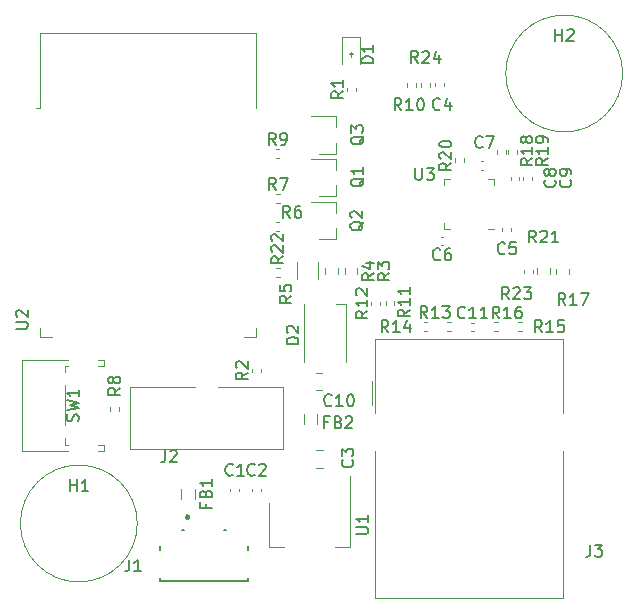
<source format=gbr>
G04 #@! TF.GenerationSoftware,KiCad,Pcbnew,(5.1.7)-1*
G04 #@! TF.CreationDate,2020-12-04T15:33:14-08:00*
G04 #@! TF.ProjectId,EsperDNS,45737065-7244-44e5-932e-6b696361645f,rev?*
G04 #@! TF.SameCoordinates,Original*
G04 #@! TF.FileFunction,Legend,Top*
G04 #@! TF.FilePolarity,Positive*
%FSLAX46Y46*%
G04 Gerber Fmt 4.6, Leading zero omitted, Abs format (unit mm)*
G04 Created by KiCad (PCBNEW (5.1.7)-1) date 2020-12-04 15:33:14*
%MOMM*%
%LPD*%
G01*
G04 APERTURE LIST*
%ADD10C,0.120000*%
%ADD11C,0.127000*%
%ADD12C,0.300000*%
%ADD13C,0.150000*%
G04 APERTURE END LIST*
D10*
X-15600000Y-19050000D02*
G75*
G03*
X-15600000Y-19050000I-4950000J0D01*
G01*
X25500000Y19050000D02*
G75*
G03*
X25500000Y19050000I-4950000J0D01*
G01*
X2350000Y20700000D02*
X2500000Y20850000D01*
X2650000Y20700000D02*
X2350000Y20700000D01*
X2500000Y20850000D02*
X2650000Y20700000D01*
X2500000Y20450000D02*
X2500000Y20850000D01*
X-461252Y-6265000D02*
X61252Y-6265000D01*
X-461252Y-7735000D02*
X61252Y-7735000D01*
X-436252Y-12865000D02*
X86252Y-12865000D01*
X-436252Y-14335000D02*
X86252Y-14335000D01*
X18277500Y2072742D02*
X18277500Y2547258D01*
X19322500Y2072742D02*
X19322500Y2547258D01*
X20922500Y2537258D02*
X20922500Y2062742D01*
X19877500Y2537258D02*
X19877500Y2062742D01*
X-340000Y-9800378D02*
X-340000Y-10599622D01*
X-1460000Y-9800378D02*
X-1460000Y-10599622D01*
X-10740000Y-16137878D02*
X-10740000Y-16937122D01*
X-11860000Y-16137878D02*
X-11860000Y-16937122D01*
X-3546359Y1820000D02*
X-3853641Y1820000D01*
X-3546359Y2580000D02*
X-3853641Y2580000D01*
D11*
X-13700000Y-20950000D02*
X-13700000Y-21300000D01*
X-6200000Y-20950000D02*
X-6200000Y-21300000D01*
X-13700000Y-23650000D02*
X-13700000Y-23925000D01*
X-13700000Y-23925000D02*
X-6200000Y-23925000D01*
X-6200000Y-23925000D02*
X-6200000Y-23650000D01*
X-11780000Y-19575000D02*
X-11670000Y-19575000D01*
X-8230000Y-19575000D02*
X-8120000Y-19575000D01*
D12*
X-11250000Y-18500000D02*
G75*
G03*
X-11250000Y-18500000I-100000J0D01*
G01*
D10*
X-16200000Y-7500000D02*
X-10700000Y-7500000D01*
X-3300000Y-12700000D02*
X-16200000Y-12700000D01*
X-3300000Y-7500000D02*
X-3300000Y-12700000D01*
X-8800000Y-7500000D02*
X-3300000Y-7500000D01*
X-16200000Y-12700000D02*
X-16200000Y-7500000D01*
X14135000Y5890000D02*
X14610000Y5890000D01*
X10390000Y10110000D02*
X10390000Y9635000D01*
X10865000Y10110000D02*
X10390000Y10110000D01*
X14610000Y10110000D02*
X14610000Y9635000D01*
X14135000Y10110000D02*
X14610000Y10110000D01*
X10390000Y5890000D02*
X10390000Y6365000D01*
X10865000Y5890000D02*
X10390000Y5890000D01*
X-23820000Y16090000D02*
X-24200000Y16090000D01*
X-23820000Y22510000D02*
X-23820000Y16090000D01*
X-5580000Y22510000D02*
X-5580000Y16090000D01*
X-23820000Y22510000D02*
X-5580000Y22510000D01*
X-5580000Y-3235000D02*
X-6580000Y-3235000D01*
X-5580000Y-2455000D02*
X-5580000Y-3235000D01*
X-23820000Y-3235000D02*
X-22820000Y-3235000D01*
X-23820000Y-2455000D02*
X-23820000Y-3235000D01*
X2410000Y-15050000D02*
X2410000Y-21060000D01*
X-4410000Y-17300000D02*
X-4410000Y-21060000D01*
X2410000Y-21060000D02*
X1150000Y-21060000D01*
X-4410000Y-21060000D02*
X-3150000Y-21060000D01*
X-21730000Y-10750000D02*
X-21730000Y-7350000D01*
X-21730000Y-12390000D02*
X-21730000Y-11850000D01*
X-18900000Y-5190000D02*
X-18390000Y-5190000D01*
X-18390000Y-5710000D02*
X-18390000Y-5190000D01*
X-18900000Y-5710000D02*
X-18390000Y-5710000D01*
X-21730000Y-6250000D02*
X-21730000Y-5710000D01*
X-18900000Y-12910000D02*
X-18390000Y-12910000D01*
X-18900000Y-12390000D02*
X-18390000Y-12390000D01*
X-21730000Y-5710000D02*
X-21500000Y-5710000D01*
X-25400000Y-12910000D02*
X-21500000Y-12910000D01*
X-18390000Y-12910000D02*
X-18390000Y-12390000D01*
X-25400000Y-5190000D02*
X-21500000Y-5190000D01*
X-25400000Y-12910000D02*
X-25400000Y-5190000D01*
X-21730000Y-12390000D02*
X-21500000Y-12390000D01*
X9180000Y17946359D02*
X9180000Y18253641D01*
X8420000Y17946359D02*
X8420000Y18253641D01*
X17120000Y2453641D02*
X17120000Y2146359D01*
X17880000Y2453641D02*
X17880000Y2146359D01*
X12080000Y11556359D02*
X12080000Y11863641D01*
X11320000Y11556359D02*
X11320000Y11863641D01*
X16580000Y12256359D02*
X16580000Y12563641D01*
X15820000Y12256359D02*
X15820000Y12563641D01*
X15580000Y12256359D02*
X15580000Y12563641D01*
X14820000Y12256359D02*
X14820000Y12563641D01*
X14636359Y-2780000D02*
X14943641Y-2780000D01*
X14636359Y-2020000D02*
X14943641Y-2020000D01*
X16963641Y-2020000D02*
X16656359Y-2020000D01*
X16963641Y-2780000D02*
X16656359Y-2780000D01*
X8636359Y-2780000D02*
X8943641Y-2780000D01*
X8636359Y-2020000D02*
X8943641Y-2020000D01*
X10963641Y-2020000D02*
X10656359Y-2020000D01*
X10963641Y-2780000D02*
X10656359Y-2780000D01*
X4980000Y-563641D02*
X4980000Y-256359D01*
X4220000Y-563641D02*
X4220000Y-256359D01*
X6180000Y-553641D02*
X6180000Y-246359D01*
X5420000Y-553641D02*
X5420000Y-246359D01*
X7220000Y18243641D02*
X7220000Y17936359D01*
X7980000Y18243641D02*
X7980000Y17936359D01*
X-3863641Y11920000D02*
X-3556359Y11920000D01*
X-3863641Y12680000D02*
X-3556359Y12680000D01*
X-17120000Y-9503641D02*
X-17120000Y-9196359D01*
X-17880000Y-9503641D02*
X-17880000Y-9196359D01*
X-3853641Y8120000D02*
X-3546359Y8120000D01*
X-3853641Y8880000D02*
X-3546359Y8880000D01*
X-3863641Y5720000D02*
X-3556359Y5720000D01*
X-3863641Y6480000D02*
X-3556359Y6480000D01*
X-290000Y1660436D02*
X-290000Y3114564D01*
X-2110000Y1660436D02*
X-2110000Y3114564D01*
X1372500Y2087742D02*
X1372500Y2562258D01*
X327500Y2087742D02*
X327500Y2562258D01*
X3022500Y2087742D02*
X3022500Y2562258D01*
X1977500Y2087742D02*
X1977500Y2562258D01*
X-5120000Y-6243641D02*
X-5120000Y-5936359D01*
X-5880000Y-6243641D02*
X-5880000Y-5936359D01*
X2930000Y17556359D02*
X2930000Y17863641D01*
X2170000Y17556359D02*
X2170000Y17863641D01*
X1260000Y12270000D02*
X-200000Y12270000D01*
X1260000Y15430000D02*
X-900000Y15430000D01*
X1260000Y15430000D02*
X1260000Y14500000D01*
X1260000Y12270000D02*
X1260000Y13200000D01*
X1260000Y5020000D02*
X-200000Y5020000D01*
X1260000Y8180000D02*
X-900000Y8180000D01*
X1260000Y8180000D02*
X1260000Y7250000D01*
X1260000Y5020000D02*
X1260000Y5950000D01*
X1260000Y8670000D02*
X-200000Y8670000D01*
X1260000Y11830000D02*
X-900000Y11830000D01*
X1260000Y11830000D02*
X1260000Y10900000D01*
X1260000Y8670000D02*
X1260000Y9600000D01*
X4290000Y-7000000D02*
X4290000Y-9000000D01*
X4490000Y-25330000D02*
X4490000Y-12890000D01*
X20440000Y-25330000D02*
X4490000Y-25330000D01*
X20440000Y-12890000D02*
X20440000Y-25330000D01*
X20440000Y-3410000D02*
X20440000Y-9690000D01*
X4490000Y-3410000D02*
X20440000Y-3410000D01*
X4490000Y-9690000D02*
X4490000Y-3410000D01*
X2100000Y-5350000D02*
X2100000Y-450000D01*
X-1500000Y-450000D02*
X-1500000Y-5350000D01*
X2100000Y-450000D02*
X1200000Y-450000D01*
X1765000Y22147500D02*
X1765000Y19862500D01*
X3235000Y22147500D02*
X1765000Y22147500D01*
X3235000Y19862500D02*
X3235000Y22147500D01*
X12672164Y-2760000D02*
X12887836Y-2760000D01*
X12672164Y-2040000D02*
X12887836Y-2040000D01*
X17810000Y10072164D02*
X17810000Y10287836D01*
X17090000Y10072164D02*
X17090000Y10287836D01*
X16760000Y10072164D02*
X16760000Y10287836D01*
X16040000Y10072164D02*
X16040000Y10287836D01*
X13492164Y10890000D02*
X13707836Y10890000D01*
X13492164Y11610000D02*
X13707836Y11610000D01*
X10327836Y5210000D02*
X10112164Y5210000D01*
X10327836Y4490000D02*
X10112164Y4490000D01*
X15290000Y5957836D02*
X15290000Y5742164D01*
X16010000Y5957836D02*
X16010000Y5742164D01*
X10360000Y17992164D02*
X10360000Y18207836D01*
X9640000Y17992164D02*
X9640000Y18207836D01*
X-5860000Y-16092164D02*
X-5860000Y-16307836D01*
X-5140000Y-16092164D02*
X-5140000Y-16307836D01*
X-7710000Y-16112164D02*
X-7710000Y-16327836D01*
X-6990000Y-16112164D02*
X-6990000Y-16327836D01*
D13*
X847142Y-9017142D02*
X799523Y-9064761D01*
X656666Y-9112380D01*
X561428Y-9112380D01*
X418571Y-9064761D01*
X323333Y-8969523D01*
X275714Y-8874285D01*
X228095Y-8683809D01*
X228095Y-8540952D01*
X275714Y-8350476D01*
X323333Y-8255238D01*
X418571Y-8160000D01*
X561428Y-8112380D01*
X656666Y-8112380D01*
X799523Y-8160000D01*
X847142Y-8207619D01*
X1799523Y-9112380D02*
X1228095Y-9112380D01*
X1513809Y-9112380D02*
X1513809Y-8112380D01*
X1418571Y-8255238D01*
X1323333Y-8350476D01*
X1228095Y-8398095D01*
X2418571Y-8112380D02*
X2513809Y-8112380D01*
X2609047Y-8160000D01*
X2656666Y-8207619D01*
X2704285Y-8302857D01*
X2751904Y-8493333D01*
X2751904Y-8731428D01*
X2704285Y-8921904D01*
X2656666Y-9017142D01*
X2609047Y-9064761D01*
X2513809Y-9112380D01*
X2418571Y-9112380D01*
X2323333Y-9064761D01*
X2275714Y-9017142D01*
X2228095Y-8921904D01*
X2180476Y-8731428D01*
X2180476Y-8493333D01*
X2228095Y-8302857D01*
X2275714Y-8207619D01*
X2323333Y-8160000D01*
X2418571Y-8112380D01*
X2607142Y-13656666D02*
X2654761Y-13704285D01*
X2702380Y-13847142D01*
X2702380Y-13942380D01*
X2654761Y-14085238D01*
X2559523Y-14180476D01*
X2464285Y-14228095D01*
X2273809Y-14275714D01*
X2130952Y-14275714D01*
X1940476Y-14228095D01*
X1845238Y-14180476D01*
X1750000Y-14085238D01*
X1702380Y-13942380D01*
X1702380Y-13847142D01*
X1750000Y-13704285D01*
X1797619Y-13656666D01*
X1702380Y-13323333D02*
X1702380Y-12704285D01*
X2083333Y-13037619D01*
X2083333Y-12894761D01*
X2130952Y-12799523D01*
X2178571Y-12751904D01*
X2273809Y-12704285D01*
X2511904Y-12704285D01*
X2607142Y-12751904D01*
X2654761Y-12799523D01*
X2702380Y-12894761D01*
X2702380Y-13180476D01*
X2654761Y-13275714D01*
X2607142Y-13323333D01*
X18157142Y4747619D02*
X17823809Y5223809D01*
X17585714Y4747619D02*
X17585714Y5747619D01*
X17966666Y5747619D01*
X18061904Y5700000D01*
X18109523Y5652380D01*
X18157142Y5557142D01*
X18157142Y5414285D01*
X18109523Y5319047D01*
X18061904Y5271428D01*
X17966666Y5223809D01*
X17585714Y5223809D01*
X18538095Y5652380D02*
X18585714Y5700000D01*
X18680952Y5747619D01*
X18919047Y5747619D01*
X19014285Y5700000D01*
X19061904Y5652380D01*
X19109523Y5557142D01*
X19109523Y5461904D01*
X19061904Y5319047D01*
X18490476Y4747619D01*
X19109523Y4747619D01*
X20061904Y4747619D02*
X19490476Y4747619D01*
X19776190Y4747619D02*
X19776190Y5747619D01*
X19680952Y5604761D01*
X19585714Y5509523D01*
X19490476Y5461904D01*
X20657142Y-552380D02*
X20323809Y-76190D01*
X20085714Y-552380D02*
X20085714Y447619D01*
X20466666Y447619D01*
X20561904Y400000D01*
X20609523Y352380D01*
X20657142Y257142D01*
X20657142Y114285D01*
X20609523Y19047D01*
X20561904Y-28571D01*
X20466666Y-76190D01*
X20085714Y-76190D01*
X21609523Y-552380D02*
X21038095Y-552380D01*
X21323809Y-552380D02*
X21323809Y447619D01*
X21228571Y304761D01*
X21133333Y209523D01*
X21038095Y161904D01*
X21942857Y447619D02*
X22609523Y447619D01*
X22180952Y-552380D01*
X576666Y-10458571D02*
X243333Y-10458571D01*
X243333Y-10982380D02*
X243333Y-9982380D01*
X719523Y-9982380D01*
X1433809Y-10458571D02*
X1576666Y-10506190D01*
X1624285Y-10553809D01*
X1671904Y-10649047D01*
X1671904Y-10791904D01*
X1624285Y-10887142D01*
X1576666Y-10934761D01*
X1481428Y-10982380D01*
X1100476Y-10982380D01*
X1100476Y-9982380D01*
X1433809Y-9982380D01*
X1529047Y-10030000D01*
X1576666Y-10077619D01*
X1624285Y-10172857D01*
X1624285Y-10268095D01*
X1576666Y-10363333D01*
X1529047Y-10410952D01*
X1433809Y-10458571D01*
X1100476Y-10458571D01*
X2052857Y-10077619D02*
X2100476Y-10030000D01*
X2195714Y-9982380D01*
X2433809Y-9982380D01*
X2529047Y-10030000D01*
X2576666Y-10077619D01*
X2624285Y-10172857D01*
X2624285Y-10268095D01*
X2576666Y-10410952D01*
X2005238Y-10982380D01*
X2624285Y-10982380D01*
X-9821428Y-17370833D02*
X-9821428Y-17704166D01*
X-9297619Y-17704166D02*
X-10297619Y-17704166D01*
X-10297619Y-17227976D01*
X-9821428Y-16513690D02*
X-9773809Y-16370833D01*
X-9726190Y-16323214D01*
X-9630952Y-16275595D01*
X-9488095Y-16275595D01*
X-9392857Y-16323214D01*
X-9345238Y-16370833D01*
X-9297619Y-16466071D01*
X-9297619Y-16847023D01*
X-10297619Y-16847023D01*
X-10297619Y-16513690D01*
X-10250000Y-16418452D01*
X-10202380Y-16370833D01*
X-10107142Y-16323214D01*
X-10011904Y-16323214D01*
X-9916666Y-16370833D01*
X-9869047Y-16418452D01*
X-9821428Y-16513690D01*
X-9821428Y-16847023D01*
X-9297619Y-15323214D02*
X-9297619Y-15894642D01*
X-9297619Y-15608928D02*
X-10297619Y-15608928D01*
X-10154761Y-15704166D01*
X-10059523Y-15799404D01*
X-10011904Y-15894642D01*
X-3247619Y3557142D02*
X-3723809Y3223809D01*
X-3247619Y2985714D02*
X-4247619Y2985714D01*
X-4247619Y3366666D01*
X-4200000Y3461904D01*
X-4152380Y3509523D01*
X-4057142Y3557142D01*
X-3914285Y3557142D01*
X-3819047Y3509523D01*
X-3771428Y3461904D01*
X-3723809Y3366666D01*
X-3723809Y2985714D01*
X-4152380Y3938095D02*
X-4200000Y3985714D01*
X-4247619Y4080952D01*
X-4247619Y4319047D01*
X-4200000Y4414285D01*
X-4152380Y4461904D01*
X-4057142Y4509523D01*
X-3961904Y4509523D01*
X-3819047Y4461904D01*
X-3247619Y3890476D01*
X-3247619Y4509523D01*
X-4152380Y4890476D02*
X-4200000Y4938095D01*
X-4247619Y5033333D01*
X-4247619Y5271428D01*
X-4200000Y5366666D01*
X-4152380Y5414285D01*
X-4057142Y5461904D01*
X-3961904Y5461904D01*
X-3819047Y5414285D01*
X-3247619Y4842857D01*
X-3247619Y5461904D01*
X-16283333Y-22102380D02*
X-16283333Y-22816666D01*
X-16330952Y-22959523D01*
X-16426190Y-23054761D01*
X-16569047Y-23102380D01*
X-16664285Y-23102380D01*
X-15283333Y-23102380D02*
X-15854761Y-23102380D01*
X-15569047Y-23102380D02*
X-15569047Y-22102380D01*
X-15664285Y-22245238D01*
X-15759523Y-22340476D01*
X-15854761Y-22388095D01*
X-13233333Y-12852380D02*
X-13233333Y-13566666D01*
X-13280952Y-13709523D01*
X-13376190Y-13804761D01*
X-13519047Y-13852380D01*
X-13614285Y-13852380D01*
X-12804761Y-12947619D02*
X-12757142Y-12900000D01*
X-12661904Y-12852380D01*
X-12423809Y-12852380D01*
X-12328571Y-12900000D01*
X-12280952Y-12947619D01*
X-12233333Y-13042857D01*
X-12233333Y-13138095D01*
X-12280952Y-13280952D01*
X-12852380Y-13852380D01*
X-12233333Y-13852380D01*
X7938095Y11047619D02*
X7938095Y10238095D01*
X7985714Y10142857D01*
X8033333Y10095238D01*
X8128571Y10047619D01*
X8319047Y10047619D01*
X8414285Y10095238D01*
X8461904Y10142857D01*
X8509523Y10238095D01*
X8509523Y11047619D01*
X8890476Y11047619D02*
X9509523Y11047619D01*
X9176190Y10666666D01*
X9319047Y10666666D01*
X9414285Y10619047D01*
X9461904Y10571428D01*
X9509523Y10476190D01*
X9509523Y10238095D01*
X9461904Y10142857D01*
X9414285Y10095238D01*
X9319047Y10047619D01*
X9033333Y10047619D01*
X8938095Y10095238D01*
X8890476Y10142857D01*
X-25857619Y-2546904D02*
X-25048095Y-2546904D01*
X-24952857Y-2499285D01*
X-24905238Y-2451666D01*
X-24857619Y-2356428D01*
X-24857619Y-2165952D01*
X-24905238Y-2070714D01*
X-24952857Y-2023095D01*
X-25048095Y-1975476D01*
X-25857619Y-1975476D01*
X-25762380Y-1546904D02*
X-25810000Y-1499285D01*
X-25857619Y-1404047D01*
X-25857619Y-1165952D01*
X-25810000Y-1070714D01*
X-25762380Y-1023095D01*
X-25667142Y-975476D01*
X-25571904Y-975476D01*
X-25429047Y-1023095D01*
X-24857619Y-1594523D01*
X-24857619Y-975476D01*
X2952380Y-19911904D02*
X3761904Y-19911904D01*
X3857142Y-19864285D01*
X3904761Y-19816666D01*
X3952380Y-19721428D01*
X3952380Y-19530952D01*
X3904761Y-19435714D01*
X3857142Y-19388095D01*
X3761904Y-19340476D01*
X2952380Y-19340476D01*
X3952380Y-18340476D02*
X3952380Y-18911904D01*
X3952380Y-18626190D02*
X2952380Y-18626190D01*
X3095238Y-18721428D01*
X3190476Y-18816666D01*
X3238095Y-18911904D01*
X-20615238Y-10383333D02*
X-20567619Y-10240476D01*
X-20567619Y-10002380D01*
X-20615238Y-9907142D01*
X-20662857Y-9859523D01*
X-20758095Y-9811904D01*
X-20853333Y-9811904D01*
X-20948571Y-9859523D01*
X-20996190Y-9907142D01*
X-21043809Y-10002380D01*
X-21091428Y-10192857D01*
X-21139047Y-10288095D01*
X-21186666Y-10335714D01*
X-21281904Y-10383333D01*
X-21377142Y-10383333D01*
X-21472380Y-10335714D01*
X-21520000Y-10288095D01*
X-21567619Y-10192857D01*
X-21567619Y-9954761D01*
X-21520000Y-9811904D01*
X-21567619Y-9478571D02*
X-20567619Y-9240476D01*
X-21281904Y-9050000D01*
X-20567619Y-8859523D01*
X-21567619Y-8621428D01*
X-20567619Y-7716666D02*
X-20567619Y-8288095D01*
X-20567619Y-8002380D02*
X-21567619Y-8002380D01*
X-21424761Y-8097619D01*
X-21329523Y-8192857D01*
X-21281904Y-8288095D01*
X8157142Y19947619D02*
X7823809Y20423809D01*
X7585714Y19947619D02*
X7585714Y20947619D01*
X7966666Y20947619D01*
X8061904Y20900000D01*
X8109523Y20852380D01*
X8157142Y20757142D01*
X8157142Y20614285D01*
X8109523Y20519047D01*
X8061904Y20471428D01*
X7966666Y20423809D01*
X7585714Y20423809D01*
X8538095Y20852380D02*
X8585714Y20900000D01*
X8680952Y20947619D01*
X8919047Y20947619D01*
X9014285Y20900000D01*
X9061904Y20852380D01*
X9109523Y20757142D01*
X9109523Y20661904D01*
X9061904Y20519047D01*
X8490476Y19947619D01*
X9109523Y19947619D01*
X9966666Y20614285D02*
X9966666Y19947619D01*
X9728571Y20995238D02*
X9490476Y20280952D01*
X10109523Y20280952D01*
X15857142Y-52380D02*
X15523809Y423809D01*
X15285714Y-52380D02*
X15285714Y947619D01*
X15666666Y947619D01*
X15761904Y900000D01*
X15809523Y852380D01*
X15857142Y757142D01*
X15857142Y614285D01*
X15809523Y519047D01*
X15761904Y471428D01*
X15666666Y423809D01*
X15285714Y423809D01*
X16238095Y852380D02*
X16285714Y900000D01*
X16380952Y947619D01*
X16619047Y947619D01*
X16714285Y900000D01*
X16761904Y852380D01*
X16809523Y757142D01*
X16809523Y661904D01*
X16761904Y519047D01*
X16190476Y-52380D01*
X16809523Y-52380D01*
X17142857Y947619D02*
X17761904Y947619D01*
X17428571Y566666D01*
X17571428Y566666D01*
X17666666Y519047D01*
X17714285Y471428D01*
X17761904Y376190D01*
X17761904Y138095D01*
X17714285Y42857D01*
X17666666Y-4761D01*
X17571428Y-52380D01*
X17285714Y-52380D01*
X17190476Y-4761D01*
X17142857Y42857D01*
X10982380Y11457142D02*
X10506190Y11123809D01*
X10982380Y10885714D02*
X9982380Y10885714D01*
X9982380Y11266666D01*
X10030000Y11361904D01*
X10077619Y11409523D01*
X10172857Y11457142D01*
X10315714Y11457142D01*
X10410952Y11409523D01*
X10458571Y11361904D01*
X10506190Y11266666D01*
X10506190Y10885714D01*
X10077619Y11838095D02*
X10030000Y11885714D01*
X9982380Y11980952D01*
X9982380Y12219047D01*
X10030000Y12314285D01*
X10077619Y12361904D01*
X10172857Y12409523D01*
X10268095Y12409523D01*
X10410952Y12361904D01*
X10982380Y11790476D01*
X10982380Y12409523D01*
X9982380Y13028571D02*
X9982380Y13123809D01*
X10030000Y13219047D01*
X10077619Y13266666D01*
X10172857Y13314285D01*
X10363333Y13361904D01*
X10601428Y13361904D01*
X10791904Y13314285D01*
X10887142Y13266666D01*
X10934761Y13219047D01*
X10982380Y13123809D01*
X10982380Y13028571D01*
X10934761Y12933333D01*
X10887142Y12885714D01*
X10791904Y12838095D01*
X10601428Y12790476D01*
X10363333Y12790476D01*
X10172857Y12838095D01*
X10077619Y12885714D01*
X10030000Y12933333D01*
X9982380Y13028571D01*
X19152380Y11857142D02*
X18676190Y11523809D01*
X19152380Y11285714D02*
X18152380Y11285714D01*
X18152380Y11666666D01*
X18200000Y11761904D01*
X18247619Y11809523D01*
X18342857Y11857142D01*
X18485714Y11857142D01*
X18580952Y11809523D01*
X18628571Y11761904D01*
X18676190Y11666666D01*
X18676190Y11285714D01*
X19152380Y12809523D02*
X19152380Y12238095D01*
X19152380Y12523809D02*
X18152380Y12523809D01*
X18295238Y12428571D01*
X18390476Y12333333D01*
X18438095Y12238095D01*
X19152380Y13285714D02*
X19152380Y13476190D01*
X19104761Y13571428D01*
X19057142Y13619047D01*
X18914285Y13714285D01*
X18723809Y13761904D01*
X18342857Y13761904D01*
X18247619Y13714285D01*
X18200000Y13666666D01*
X18152380Y13571428D01*
X18152380Y13380952D01*
X18200000Y13285714D01*
X18247619Y13238095D01*
X18342857Y13190476D01*
X18580952Y13190476D01*
X18676190Y13238095D01*
X18723809Y13285714D01*
X18771428Y13380952D01*
X18771428Y13571428D01*
X18723809Y13666666D01*
X18676190Y13714285D01*
X18580952Y13761904D01*
X17852380Y11857142D02*
X17376190Y11523809D01*
X17852380Y11285714D02*
X16852380Y11285714D01*
X16852380Y11666666D01*
X16900000Y11761904D01*
X16947619Y11809523D01*
X17042857Y11857142D01*
X17185714Y11857142D01*
X17280952Y11809523D01*
X17328571Y11761904D01*
X17376190Y11666666D01*
X17376190Y11285714D01*
X17852380Y12809523D02*
X17852380Y12238095D01*
X17852380Y12523809D02*
X16852380Y12523809D01*
X16995238Y12428571D01*
X17090476Y12333333D01*
X17138095Y12238095D01*
X17280952Y13380952D02*
X17233333Y13285714D01*
X17185714Y13238095D01*
X17090476Y13190476D01*
X17042857Y13190476D01*
X16947619Y13238095D01*
X16900000Y13285714D01*
X16852380Y13380952D01*
X16852380Y13571428D01*
X16900000Y13666666D01*
X16947619Y13714285D01*
X17042857Y13761904D01*
X17090476Y13761904D01*
X17185714Y13714285D01*
X17233333Y13666666D01*
X17280952Y13571428D01*
X17280952Y13380952D01*
X17328571Y13285714D01*
X17376190Y13238095D01*
X17471428Y13190476D01*
X17661904Y13190476D01*
X17757142Y13238095D01*
X17804761Y13285714D01*
X17852380Y13380952D01*
X17852380Y13571428D01*
X17804761Y13666666D01*
X17757142Y13714285D01*
X17661904Y13761904D01*
X17471428Y13761904D01*
X17376190Y13714285D01*
X17328571Y13666666D01*
X17280952Y13571428D01*
X15057142Y-1682380D02*
X14723809Y-1206190D01*
X14485714Y-1682380D02*
X14485714Y-682380D01*
X14866666Y-682380D01*
X14961904Y-730000D01*
X15009523Y-777619D01*
X15057142Y-872857D01*
X15057142Y-1015714D01*
X15009523Y-1110952D01*
X14961904Y-1158571D01*
X14866666Y-1206190D01*
X14485714Y-1206190D01*
X16009523Y-1682380D02*
X15438095Y-1682380D01*
X15723809Y-1682380D02*
X15723809Y-682380D01*
X15628571Y-825238D01*
X15533333Y-920476D01*
X15438095Y-968095D01*
X16866666Y-682380D02*
X16676190Y-682380D01*
X16580952Y-730000D01*
X16533333Y-777619D01*
X16438095Y-920476D01*
X16390476Y-1110952D01*
X16390476Y-1491904D01*
X16438095Y-1587142D01*
X16485714Y-1634761D01*
X16580952Y-1682380D01*
X16771428Y-1682380D01*
X16866666Y-1634761D01*
X16914285Y-1587142D01*
X16961904Y-1491904D01*
X16961904Y-1253809D01*
X16914285Y-1158571D01*
X16866666Y-1110952D01*
X16771428Y-1063333D01*
X16580952Y-1063333D01*
X16485714Y-1110952D01*
X16438095Y-1158571D01*
X16390476Y-1253809D01*
X18657142Y-2852380D02*
X18323809Y-2376190D01*
X18085714Y-2852380D02*
X18085714Y-1852380D01*
X18466666Y-1852380D01*
X18561904Y-1900000D01*
X18609523Y-1947619D01*
X18657142Y-2042857D01*
X18657142Y-2185714D01*
X18609523Y-2280952D01*
X18561904Y-2328571D01*
X18466666Y-2376190D01*
X18085714Y-2376190D01*
X19609523Y-2852380D02*
X19038095Y-2852380D01*
X19323809Y-2852380D02*
X19323809Y-1852380D01*
X19228571Y-1995238D01*
X19133333Y-2090476D01*
X19038095Y-2138095D01*
X20514285Y-1852380D02*
X20038095Y-1852380D01*
X19990476Y-2328571D01*
X20038095Y-2280952D01*
X20133333Y-2233333D01*
X20371428Y-2233333D01*
X20466666Y-2280952D01*
X20514285Y-2328571D01*
X20561904Y-2423809D01*
X20561904Y-2661904D01*
X20514285Y-2757142D01*
X20466666Y-2804761D01*
X20371428Y-2852380D01*
X20133333Y-2852380D01*
X20038095Y-2804761D01*
X19990476Y-2757142D01*
X5657142Y-2852380D02*
X5323809Y-2376190D01*
X5085714Y-2852380D02*
X5085714Y-1852380D01*
X5466666Y-1852380D01*
X5561904Y-1900000D01*
X5609523Y-1947619D01*
X5657142Y-2042857D01*
X5657142Y-2185714D01*
X5609523Y-2280952D01*
X5561904Y-2328571D01*
X5466666Y-2376190D01*
X5085714Y-2376190D01*
X6609523Y-2852380D02*
X6038095Y-2852380D01*
X6323809Y-2852380D02*
X6323809Y-1852380D01*
X6228571Y-1995238D01*
X6133333Y-2090476D01*
X6038095Y-2138095D01*
X7466666Y-2185714D02*
X7466666Y-2852380D01*
X7228571Y-1804761D02*
X6990476Y-2519047D01*
X7609523Y-2519047D01*
X8957142Y-1652380D02*
X8623809Y-1176190D01*
X8385714Y-1652380D02*
X8385714Y-652380D01*
X8766666Y-652380D01*
X8861904Y-700000D01*
X8909523Y-747619D01*
X8957142Y-842857D01*
X8957142Y-985714D01*
X8909523Y-1080952D01*
X8861904Y-1128571D01*
X8766666Y-1176190D01*
X8385714Y-1176190D01*
X9909523Y-1652380D02*
X9338095Y-1652380D01*
X9623809Y-1652380D02*
X9623809Y-652380D01*
X9528571Y-795238D01*
X9433333Y-890476D01*
X9338095Y-938095D01*
X10242857Y-652380D02*
X10861904Y-652380D01*
X10528571Y-1033333D01*
X10671428Y-1033333D01*
X10766666Y-1080952D01*
X10814285Y-1128571D01*
X10861904Y-1223809D01*
X10861904Y-1461904D01*
X10814285Y-1557142D01*
X10766666Y-1604761D01*
X10671428Y-1652380D01*
X10385714Y-1652380D01*
X10290476Y-1604761D01*
X10242857Y-1557142D01*
X3882380Y-1052857D02*
X3406190Y-1386190D01*
X3882380Y-1624285D02*
X2882380Y-1624285D01*
X2882380Y-1243333D01*
X2930000Y-1148095D01*
X2977619Y-1100476D01*
X3072857Y-1052857D01*
X3215714Y-1052857D01*
X3310952Y-1100476D01*
X3358571Y-1148095D01*
X3406190Y-1243333D01*
X3406190Y-1624285D01*
X3882380Y-100476D02*
X3882380Y-671904D01*
X3882380Y-386190D02*
X2882380Y-386190D01*
X3025238Y-481428D01*
X3120476Y-576666D01*
X3168095Y-671904D01*
X2977619Y280476D02*
X2930000Y328095D01*
X2882380Y423333D01*
X2882380Y661428D01*
X2930000Y756666D01*
X2977619Y804285D01*
X3072857Y851904D01*
X3168095Y851904D01*
X3310952Y804285D01*
X3882380Y232857D01*
X3882380Y851904D01*
X7452380Y-942857D02*
X6976190Y-1276190D01*
X7452380Y-1514285D02*
X6452380Y-1514285D01*
X6452380Y-1133333D01*
X6500000Y-1038095D01*
X6547619Y-990476D01*
X6642857Y-942857D01*
X6785714Y-942857D01*
X6880952Y-990476D01*
X6928571Y-1038095D01*
X6976190Y-1133333D01*
X6976190Y-1514285D01*
X7452380Y9523D02*
X7452380Y-561904D01*
X7452380Y-276190D02*
X6452380Y-276190D01*
X6595238Y-371428D01*
X6690476Y-466666D01*
X6738095Y-561904D01*
X7452380Y961904D02*
X7452380Y390476D01*
X7452380Y676190D02*
X6452380Y676190D01*
X6595238Y580952D01*
X6690476Y485714D01*
X6738095Y390476D01*
X6757142Y15947619D02*
X6423809Y16423809D01*
X6185714Y15947619D02*
X6185714Y16947619D01*
X6566666Y16947619D01*
X6661904Y16900000D01*
X6709523Y16852380D01*
X6757142Y16757142D01*
X6757142Y16614285D01*
X6709523Y16519047D01*
X6661904Y16471428D01*
X6566666Y16423809D01*
X6185714Y16423809D01*
X7709523Y15947619D02*
X7138095Y15947619D01*
X7423809Y15947619D02*
X7423809Y16947619D01*
X7328571Y16804761D01*
X7233333Y16709523D01*
X7138095Y16661904D01*
X8328571Y16947619D02*
X8423809Y16947619D01*
X8519047Y16900000D01*
X8566666Y16852380D01*
X8614285Y16757142D01*
X8661904Y16566666D01*
X8661904Y16328571D01*
X8614285Y16138095D01*
X8566666Y16042857D01*
X8519047Y15995238D01*
X8423809Y15947619D01*
X8328571Y15947619D01*
X8233333Y15995238D01*
X8185714Y16042857D01*
X8138095Y16138095D01*
X8090476Y16328571D01*
X8090476Y16566666D01*
X8138095Y16757142D01*
X8185714Y16852380D01*
X8233333Y16900000D01*
X8328571Y16947619D01*
X-3876666Y13017619D02*
X-4210000Y13493809D01*
X-4448095Y13017619D02*
X-4448095Y14017619D01*
X-4067142Y14017619D01*
X-3971904Y13970000D01*
X-3924285Y13922380D01*
X-3876666Y13827142D01*
X-3876666Y13684285D01*
X-3924285Y13589047D01*
X-3971904Y13541428D01*
X-4067142Y13493809D01*
X-4448095Y13493809D01*
X-3400476Y13017619D02*
X-3210000Y13017619D01*
X-3114761Y13065238D01*
X-3067142Y13112857D01*
X-2971904Y13255714D01*
X-2924285Y13446190D01*
X-2924285Y13827142D01*
X-2971904Y13922380D01*
X-3019523Y13970000D01*
X-3114761Y14017619D01*
X-3305238Y14017619D01*
X-3400476Y13970000D01*
X-3448095Y13922380D01*
X-3495714Y13827142D01*
X-3495714Y13589047D01*
X-3448095Y13493809D01*
X-3400476Y13446190D01*
X-3305238Y13398571D01*
X-3114761Y13398571D01*
X-3019523Y13446190D01*
X-2971904Y13493809D01*
X-2924285Y13589047D01*
X-17047619Y-7566666D02*
X-17523809Y-7900000D01*
X-17047619Y-8138095D02*
X-18047619Y-8138095D01*
X-18047619Y-7757142D01*
X-18000000Y-7661904D01*
X-17952380Y-7614285D01*
X-17857142Y-7566666D01*
X-17714285Y-7566666D01*
X-17619047Y-7614285D01*
X-17571428Y-7661904D01*
X-17523809Y-7757142D01*
X-17523809Y-8138095D01*
X-17619047Y-6995238D02*
X-17666666Y-7090476D01*
X-17714285Y-7138095D01*
X-17809523Y-7185714D01*
X-17857142Y-7185714D01*
X-17952380Y-7138095D01*
X-18000000Y-7090476D01*
X-18047619Y-6995238D01*
X-18047619Y-6804761D01*
X-18000000Y-6709523D01*
X-17952380Y-6661904D01*
X-17857142Y-6614285D01*
X-17809523Y-6614285D01*
X-17714285Y-6661904D01*
X-17666666Y-6709523D01*
X-17619047Y-6804761D01*
X-17619047Y-6995238D01*
X-17571428Y-7090476D01*
X-17523809Y-7138095D01*
X-17428571Y-7185714D01*
X-17238095Y-7185714D01*
X-17142857Y-7138095D01*
X-17095238Y-7090476D01*
X-17047619Y-6995238D01*
X-17047619Y-6804761D01*
X-17095238Y-6709523D01*
X-17142857Y-6661904D01*
X-17238095Y-6614285D01*
X-17428571Y-6614285D01*
X-17523809Y-6661904D01*
X-17571428Y-6709523D01*
X-17619047Y-6804761D01*
X-3866666Y9217619D02*
X-4200000Y9693809D01*
X-4438095Y9217619D02*
X-4438095Y10217619D01*
X-4057142Y10217619D01*
X-3961904Y10170000D01*
X-3914285Y10122380D01*
X-3866666Y10027142D01*
X-3866666Y9884285D01*
X-3914285Y9789047D01*
X-3961904Y9741428D01*
X-4057142Y9693809D01*
X-4438095Y9693809D01*
X-3533333Y10217619D02*
X-2866666Y10217619D01*
X-3295238Y9217619D01*
X-2666666Y6847619D02*
X-3000000Y7323809D01*
X-3238095Y6847619D02*
X-3238095Y7847619D01*
X-2857142Y7847619D01*
X-2761904Y7800000D01*
X-2714285Y7752380D01*
X-2666666Y7657142D01*
X-2666666Y7514285D01*
X-2714285Y7419047D01*
X-2761904Y7371428D01*
X-2857142Y7323809D01*
X-3238095Y7323809D01*
X-1809523Y7847619D02*
X-2000000Y7847619D01*
X-2095238Y7800000D01*
X-2142857Y7752380D01*
X-2238095Y7609523D01*
X-2285714Y7419047D01*
X-2285714Y7038095D01*
X-2238095Y6942857D01*
X-2190476Y6895238D01*
X-2095238Y6847619D01*
X-1904761Y6847619D01*
X-1809523Y6895238D01*
X-1761904Y6942857D01*
X-1714285Y7038095D01*
X-1714285Y7276190D01*
X-1761904Y7371428D01*
X-1809523Y7419047D01*
X-1904761Y7466666D01*
X-2095238Y7466666D01*
X-2190476Y7419047D01*
X-2238095Y7371428D01*
X-2285714Y7276190D01*
X-2547619Y233333D02*
X-3023809Y-100000D01*
X-2547619Y-338095D02*
X-3547619Y-338095D01*
X-3547619Y42857D01*
X-3500000Y138095D01*
X-3452380Y185714D01*
X-3357142Y233333D01*
X-3214285Y233333D01*
X-3119047Y185714D01*
X-3071428Y138095D01*
X-3023809Y42857D01*
X-3023809Y-338095D01*
X-3547619Y1138095D02*
X-3547619Y661904D01*
X-3071428Y614285D01*
X-3119047Y661904D01*
X-3166666Y757142D01*
X-3166666Y995238D01*
X-3119047Y1090476D01*
X-3071428Y1138095D01*
X-2976190Y1185714D01*
X-2738095Y1185714D01*
X-2642857Y1138095D01*
X-2595238Y1090476D01*
X-2547619Y995238D01*
X-2547619Y757142D01*
X-2595238Y661904D01*
X-2642857Y614285D01*
X4452380Y2158333D02*
X3976190Y1825000D01*
X4452380Y1586904D02*
X3452380Y1586904D01*
X3452380Y1967857D01*
X3500000Y2063095D01*
X3547619Y2110714D01*
X3642857Y2158333D01*
X3785714Y2158333D01*
X3880952Y2110714D01*
X3928571Y2063095D01*
X3976190Y1967857D01*
X3976190Y1586904D01*
X3785714Y3015476D02*
X4452380Y3015476D01*
X3404761Y2777380D02*
X4119047Y2539285D01*
X4119047Y3158333D01*
X5752380Y2158333D02*
X5276190Y1825000D01*
X5752380Y1586904D02*
X4752380Y1586904D01*
X4752380Y1967857D01*
X4800000Y2063095D01*
X4847619Y2110714D01*
X4942857Y2158333D01*
X5085714Y2158333D01*
X5180952Y2110714D01*
X5228571Y2063095D01*
X5276190Y1967857D01*
X5276190Y1586904D01*
X4752380Y2491666D02*
X4752380Y3110714D01*
X5133333Y2777380D01*
X5133333Y2920238D01*
X5180952Y3015476D01*
X5228571Y3063095D01*
X5323809Y3110714D01*
X5561904Y3110714D01*
X5657142Y3063095D01*
X5704761Y3015476D01*
X5752380Y2920238D01*
X5752380Y2634523D01*
X5704761Y2539285D01*
X5657142Y2491666D01*
X-6247619Y-6266666D02*
X-6723809Y-6600000D01*
X-6247619Y-6838095D02*
X-7247619Y-6838095D01*
X-7247619Y-6457142D01*
X-7200000Y-6361904D01*
X-7152380Y-6314285D01*
X-7057142Y-6266666D01*
X-6914285Y-6266666D01*
X-6819047Y-6314285D01*
X-6771428Y-6361904D01*
X-6723809Y-6457142D01*
X-6723809Y-6838095D01*
X-7152380Y-5885714D02*
X-7200000Y-5838095D01*
X-7247619Y-5742857D01*
X-7247619Y-5504761D01*
X-7200000Y-5409523D01*
X-7152380Y-5361904D01*
X-7057142Y-5314285D01*
X-6961904Y-5314285D01*
X-6819047Y-5361904D01*
X-6247619Y-5933333D01*
X-6247619Y-5314285D01*
X1832380Y17543333D02*
X1356190Y17210000D01*
X1832380Y16971904D02*
X832380Y16971904D01*
X832380Y17352857D01*
X880000Y17448095D01*
X927619Y17495714D01*
X1022857Y17543333D01*
X1165714Y17543333D01*
X1260952Y17495714D01*
X1308571Y17448095D01*
X1356190Y17352857D01*
X1356190Y16971904D01*
X1832380Y18495714D02*
X1832380Y17924285D01*
X1832380Y18210000D02*
X832380Y18210000D01*
X975238Y18114761D01*
X1070476Y18019523D01*
X1118095Y17924285D01*
X3597619Y13754761D02*
X3550000Y13659523D01*
X3454761Y13564285D01*
X3311904Y13421428D01*
X3264285Y13326190D01*
X3264285Y13230952D01*
X3502380Y13278571D02*
X3454761Y13183333D01*
X3359523Y13088095D01*
X3169047Y13040476D01*
X2835714Y13040476D01*
X2645238Y13088095D01*
X2550000Y13183333D01*
X2502380Y13278571D01*
X2502380Y13469047D01*
X2550000Y13564285D01*
X2645238Y13659523D01*
X2835714Y13707142D01*
X3169047Y13707142D01*
X3359523Y13659523D01*
X3454761Y13564285D01*
X3502380Y13469047D01*
X3502380Y13278571D01*
X2502380Y14040476D02*
X2502380Y14659523D01*
X2883333Y14326190D01*
X2883333Y14469047D01*
X2930952Y14564285D01*
X2978571Y14611904D01*
X3073809Y14659523D01*
X3311904Y14659523D01*
X3407142Y14611904D01*
X3454761Y14564285D01*
X3502380Y14469047D01*
X3502380Y14183333D01*
X3454761Y14088095D01*
X3407142Y14040476D01*
X3547619Y6504761D02*
X3500000Y6409523D01*
X3404761Y6314285D01*
X3261904Y6171428D01*
X3214285Y6076190D01*
X3214285Y5980952D01*
X3452380Y6028571D02*
X3404761Y5933333D01*
X3309523Y5838095D01*
X3119047Y5790476D01*
X2785714Y5790476D01*
X2595238Y5838095D01*
X2500000Y5933333D01*
X2452380Y6028571D01*
X2452380Y6219047D01*
X2500000Y6314285D01*
X2595238Y6409523D01*
X2785714Y6457142D01*
X3119047Y6457142D01*
X3309523Y6409523D01*
X3404761Y6314285D01*
X3452380Y6219047D01*
X3452380Y6028571D01*
X2547619Y6838095D02*
X2500000Y6885714D01*
X2452380Y6980952D01*
X2452380Y7219047D01*
X2500000Y7314285D01*
X2547619Y7361904D01*
X2642857Y7409523D01*
X2738095Y7409523D01*
X2880952Y7361904D01*
X3452380Y6790476D01*
X3452380Y7409523D01*
X3597619Y10204761D02*
X3550000Y10109523D01*
X3454761Y10014285D01*
X3311904Y9871428D01*
X3264285Y9776190D01*
X3264285Y9680952D01*
X3502380Y9728571D02*
X3454761Y9633333D01*
X3359523Y9538095D01*
X3169047Y9490476D01*
X2835714Y9490476D01*
X2645238Y9538095D01*
X2550000Y9633333D01*
X2502380Y9728571D01*
X2502380Y9919047D01*
X2550000Y10014285D01*
X2645238Y10109523D01*
X2835714Y10157142D01*
X3169047Y10157142D01*
X3359523Y10109523D01*
X3454761Y10014285D01*
X3502380Y9919047D01*
X3502380Y9728571D01*
X3502380Y11109523D02*
X3502380Y10538095D01*
X3502380Y10823809D02*
X2502380Y10823809D01*
X2645238Y10728571D01*
X2740476Y10633333D01*
X2788095Y10538095D01*
X22766666Y-20852380D02*
X22766666Y-21566666D01*
X22719047Y-21709523D01*
X22623809Y-21804761D01*
X22480952Y-21852380D01*
X22385714Y-21852380D01*
X23147619Y-20852380D02*
X23766666Y-20852380D01*
X23433333Y-21233333D01*
X23576190Y-21233333D01*
X23671428Y-21280952D01*
X23719047Y-21328571D01*
X23766666Y-21423809D01*
X23766666Y-21661904D01*
X23719047Y-21757142D01*
X23671428Y-21804761D01*
X23576190Y-21852380D01*
X23290476Y-21852380D01*
X23195238Y-21804761D01*
X23147619Y-21757142D01*
X19788095Y21797619D02*
X19788095Y22797619D01*
X19788095Y22321428D02*
X20359523Y22321428D01*
X20359523Y21797619D02*
X20359523Y22797619D01*
X20788095Y22702380D02*
X20835714Y22750000D01*
X20930952Y22797619D01*
X21169047Y22797619D01*
X21264285Y22750000D01*
X21311904Y22702380D01*
X21359523Y22607142D01*
X21359523Y22511904D01*
X21311904Y22369047D01*
X20740476Y21797619D01*
X21359523Y21797619D01*
X-21311904Y-16302380D02*
X-21311904Y-15302380D01*
X-21311904Y-15778571D02*
X-20740476Y-15778571D01*
X-20740476Y-16302380D02*
X-20740476Y-15302380D01*
X-19740476Y-16302380D02*
X-20311904Y-16302380D01*
X-20026190Y-16302380D02*
X-20026190Y-15302380D01*
X-20121428Y-15445238D01*
X-20216666Y-15540476D01*
X-20311904Y-15588095D01*
X-1947619Y-3838095D02*
X-2947619Y-3838095D01*
X-2947619Y-3600000D01*
X-2900000Y-3457142D01*
X-2804761Y-3361904D01*
X-2709523Y-3314285D01*
X-2519047Y-3266666D01*
X-2376190Y-3266666D01*
X-2185714Y-3314285D01*
X-2090476Y-3361904D01*
X-1995238Y-3457142D01*
X-1947619Y-3600000D01*
X-1947619Y-3838095D01*
X-2852380Y-2885714D02*
X-2900000Y-2838095D01*
X-2947619Y-2742857D01*
X-2947619Y-2504761D01*
X-2900000Y-2409523D01*
X-2852380Y-2361904D01*
X-2757142Y-2314285D01*
X-2661904Y-2314285D01*
X-2519047Y-2361904D01*
X-1947619Y-2933333D01*
X-1947619Y-2314285D01*
X4382380Y19924404D02*
X3382380Y19924404D01*
X3382380Y20162500D01*
X3430000Y20305357D01*
X3525238Y20400595D01*
X3620476Y20448214D01*
X3810952Y20495833D01*
X3953809Y20495833D01*
X4144285Y20448214D01*
X4239523Y20400595D01*
X4334761Y20305357D01*
X4382380Y20162500D01*
X4382380Y19924404D01*
X4382380Y21448214D02*
X4382380Y20876785D01*
X4382380Y21162500D02*
X3382380Y21162500D01*
X3525238Y21067261D01*
X3620476Y20972023D01*
X3668095Y20876785D01*
X12137142Y-1597142D02*
X12089523Y-1644761D01*
X11946666Y-1692380D01*
X11851428Y-1692380D01*
X11708571Y-1644761D01*
X11613333Y-1549523D01*
X11565714Y-1454285D01*
X11518095Y-1263809D01*
X11518095Y-1120952D01*
X11565714Y-930476D01*
X11613333Y-835238D01*
X11708571Y-740000D01*
X11851428Y-692380D01*
X11946666Y-692380D01*
X12089523Y-740000D01*
X12137142Y-787619D01*
X13089523Y-1692380D02*
X12518095Y-1692380D01*
X12803809Y-1692380D02*
X12803809Y-692380D01*
X12708571Y-835238D01*
X12613333Y-930476D01*
X12518095Y-978095D01*
X14041904Y-1692380D02*
X13470476Y-1692380D01*
X13756190Y-1692380D02*
X13756190Y-692380D01*
X13660952Y-835238D01*
X13565714Y-930476D01*
X13470476Y-978095D01*
X21057142Y10033333D02*
X21104761Y9985714D01*
X21152380Y9842857D01*
X21152380Y9747619D01*
X21104761Y9604761D01*
X21009523Y9509523D01*
X20914285Y9461904D01*
X20723809Y9414285D01*
X20580952Y9414285D01*
X20390476Y9461904D01*
X20295238Y9509523D01*
X20200000Y9604761D01*
X20152380Y9747619D01*
X20152380Y9842857D01*
X20200000Y9985714D01*
X20247619Y10033333D01*
X21152380Y10509523D02*
X21152380Y10700000D01*
X21104761Y10795238D01*
X21057142Y10842857D01*
X20914285Y10938095D01*
X20723809Y10985714D01*
X20342857Y10985714D01*
X20247619Y10938095D01*
X20200000Y10890476D01*
X20152380Y10795238D01*
X20152380Y10604761D01*
X20200000Y10509523D01*
X20247619Y10461904D01*
X20342857Y10414285D01*
X20580952Y10414285D01*
X20676190Y10461904D01*
X20723809Y10509523D01*
X20771428Y10604761D01*
X20771428Y10795238D01*
X20723809Y10890476D01*
X20676190Y10938095D01*
X20580952Y10985714D01*
X19757142Y10033333D02*
X19804761Y9985714D01*
X19852380Y9842857D01*
X19852380Y9747619D01*
X19804761Y9604761D01*
X19709523Y9509523D01*
X19614285Y9461904D01*
X19423809Y9414285D01*
X19280952Y9414285D01*
X19090476Y9461904D01*
X18995238Y9509523D01*
X18900000Y9604761D01*
X18852380Y9747619D01*
X18852380Y9842857D01*
X18900000Y9985714D01*
X18947619Y10033333D01*
X19280952Y10604761D02*
X19233333Y10509523D01*
X19185714Y10461904D01*
X19090476Y10414285D01*
X19042857Y10414285D01*
X18947619Y10461904D01*
X18900000Y10509523D01*
X18852380Y10604761D01*
X18852380Y10795238D01*
X18900000Y10890476D01*
X18947619Y10938095D01*
X19042857Y10985714D01*
X19090476Y10985714D01*
X19185714Y10938095D01*
X19233333Y10890476D01*
X19280952Y10795238D01*
X19280952Y10604761D01*
X19328571Y10509523D01*
X19376190Y10461904D01*
X19471428Y10414285D01*
X19661904Y10414285D01*
X19757142Y10461904D01*
X19804761Y10509523D01*
X19852380Y10604761D01*
X19852380Y10795238D01*
X19804761Y10890476D01*
X19757142Y10938095D01*
X19661904Y10985714D01*
X19471428Y10985714D01*
X19376190Y10938095D01*
X19328571Y10890476D01*
X19280952Y10795238D01*
X13633333Y12842857D02*
X13585714Y12795238D01*
X13442857Y12747619D01*
X13347619Y12747619D01*
X13204761Y12795238D01*
X13109523Y12890476D01*
X13061904Y12985714D01*
X13014285Y13176190D01*
X13014285Y13319047D01*
X13061904Y13509523D01*
X13109523Y13604761D01*
X13204761Y13700000D01*
X13347619Y13747619D01*
X13442857Y13747619D01*
X13585714Y13700000D01*
X13633333Y13652380D01*
X13966666Y13747619D02*
X14633333Y13747619D01*
X14204761Y12747619D01*
X10053333Y3332857D02*
X10005714Y3285238D01*
X9862857Y3237619D01*
X9767619Y3237619D01*
X9624761Y3285238D01*
X9529523Y3380476D01*
X9481904Y3475714D01*
X9434285Y3666190D01*
X9434285Y3809047D01*
X9481904Y3999523D01*
X9529523Y4094761D01*
X9624761Y4190000D01*
X9767619Y4237619D01*
X9862857Y4237619D01*
X10005714Y4190000D01*
X10053333Y4142380D01*
X10910476Y4237619D02*
X10720000Y4237619D01*
X10624761Y4190000D01*
X10577142Y4142380D01*
X10481904Y3999523D01*
X10434285Y3809047D01*
X10434285Y3428095D01*
X10481904Y3332857D01*
X10529523Y3285238D01*
X10624761Y3237619D01*
X10815238Y3237619D01*
X10910476Y3285238D01*
X10958095Y3332857D01*
X11005714Y3428095D01*
X11005714Y3666190D01*
X10958095Y3761428D01*
X10910476Y3809047D01*
X10815238Y3856666D01*
X10624761Y3856666D01*
X10529523Y3809047D01*
X10481904Y3761428D01*
X10434285Y3666190D01*
X15533333Y3842857D02*
X15485714Y3795238D01*
X15342857Y3747619D01*
X15247619Y3747619D01*
X15104761Y3795238D01*
X15009523Y3890476D01*
X14961904Y3985714D01*
X14914285Y4176190D01*
X14914285Y4319047D01*
X14961904Y4509523D01*
X15009523Y4604761D01*
X15104761Y4700000D01*
X15247619Y4747619D01*
X15342857Y4747619D01*
X15485714Y4700000D01*
X15533333Y4652380D01*
X16438095Y4747619D02*
X15961904Y4747619D01*
X15914285Y4271428D01*
X15961904Y4319047D01*
X16057142Y4366666D01*
X16295238Y4366666D01*
X16390476Y4319047D01*
X16438095Y4271428D01*
X16485714Y4176190D01*
X16485714Y3938095D01*
X16438095Y3842857D01*
X16390476Y3795238D01*
X16295238Y3747619D01*
X16057142Y3747619D01*
X15961904Y3795238D01*
X15914285Y3842857D01*
X10033333Y16042857D02*
X9985714Y15995238D01*
X9842857Y15947619D01*
X9747619Y15947619D01*
X9604761Y15995238D01*
X9509523Y16090476D01*
X9461904Y16185714D01*
X9414285Y16376190D01*
X9414285Y16519047D01*
X9461904Y16709523D01*
X9509523Y16804761D01*
X9604761Y16900000D01*
X9747619Y16947619D01*
X9842857Y16947619D01*
X9985714Y16900000D01*
X10033333Y16852380D01*
X10890476Y16614285D02*
X10890476Y15947619D01*
X10652380Y16995238D02*
X10414285Y16280952D01*
X11033333Y16280952D01*
X-5666666Y-14907142D02*
X-5714285Y-14954761D01*
X-5857142Y-15002380D01*
X-5952380Y-15002380D01*
X-6095238Y-14954761D01*
X-6190476Y-14859523D01*
X-6238095Y-14764285D01*
X-6285714Y-14573809D01*
X-6285714Y-14430952D01*
X-6238095Y-14240476D01*
X-6190476Y-14145238D01*
X-6095238Y-14050000D01*
X-5952380Y-14002380D01*
X-5857142Y-14002380D01*
X-5714285Y-14050000D01*
X-5666666Y-14097619D01*
X-5285714Y-14097619D02*
X-5238095Y-14050000D01*
X-5142857Y-14002380D01*
X-4904761Y-14002380D01*
X-4809523Y-14050000D01*
X-4761904Y-14097619D01*
X-4714285Y-14192857D01*
X-4714285Y-14288095D01*
X-4761904Y-14430952D01*
X-5333333Y-15002380D01*
X-4714285Y-15002380D01*
X-7516666Y-14907142D02*
X-7564285Y-14954761D01*
X-7707142Y-15002380D01*
X-7802380Y-15002380D01*
X-7945238Y-14954761D01*
X-8040476Y-14859523D01*
X-8088095Y-14764285D01*
X-8135714Y-14573809D01*
X-8135714Y-14430952D01*
X-8088095Y-14240476D01*
X-8040476Y-14145238D01*
X-7945238Y-14050000D01*
X-7802380Y-14002380D01*
X-7707142Y-14002380D01*
X-7564285Y-14050000D01*
X-7516666Y-14097619D01*
X-6564285Y-15002380D02*
X-7135714Y-15002380D01*
X-6850000Y-15002380D02*
X-6850000Y-14002380D01*
X-6945238Y-14145238D01*
X-7040476Y-14240476D01*
X-7135714Y-14288095D01*
M02*

</source>
